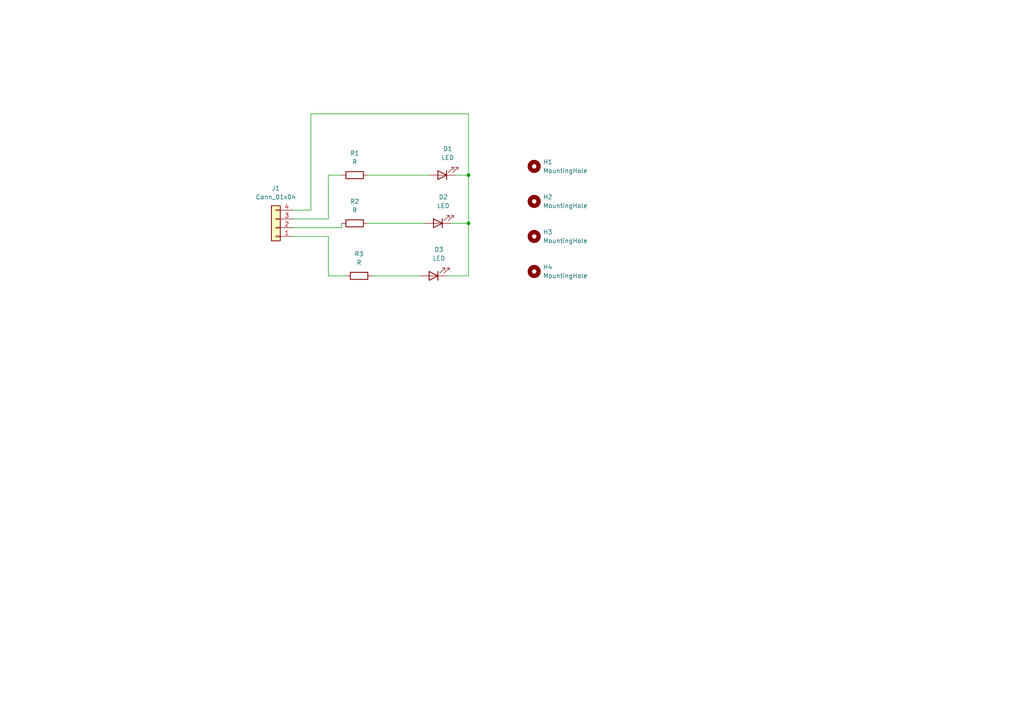
<source format=kicad_sch>
(kicad_sch (version 20250114) (generator "eeschema") (generator_version "9.0")
  (paper "A4")
  (lib_symbols
    (symbol "Connector_Generic:Conn_01x04" (pin_names (offset 1.016) (hide yes))
      (property "Reference" "J" (at 0 5.08 0))
      (property "Value" "Conn_01x04" (at 0 -7.62 0))
      (symbol "Conn_01x04_1_1"
        (rectangle (start -1.27 3.81) (end 1.27 -6.35) (stroke (width 0.254)) (fill (type background)))
        (rectangle (start -1.27 2.667) (end 0 2.413) (stroke (width 0.1524)))
        (rectangle (start -1.27 0.127) (end 0 -0.127) (stroke (width 0.1524)))
        (rectangle (start -1.27 -2.413) (end 0 -2.667) (stroke (width 0.1524)))
        (rectangle (start -1.27 -4.953) (end 0 -5.207) (stroke (width 0.1524)))
        (pin passive line (at -5.08 2.54 0) (length 3.81) (name "Pin_1") (number "1"))
        (pin passive line (at -5.08 0 0) (length 3.81) (name "Pin_2") (number "2"))
        (pin passive line (at -5.08 -2.54 0) (length 3.81) (name "Pin_3") (number "3"))
        (pin passive line (at -5.08 -5.08 0) (length 3.81) (name "Pin_4") (number "4"))
      )
    )
    (symbol "Device:LED" (pin_numbers (hide yes)) (pin_names (offset 1.016) (hide yes))
      (property "Reference" "D" (at 0 2.54 0))
      (property "Value" "LED" (at 0 -2.54 0))
      (symbol "LED_0_1"
        (polyline (pts (xy -3.048 -0.762) (xy -4.572 -2.286) (xy -3.81 -2.286) (xy -4.572 -2.286) (xy -4.572 -1.524)))
        (polyline (pts (xy -1.778 -0.762) (xy -3.302 -2.286) (xy -2.54 -2.286) (xy -3.302 -2.286) (xy -3.302 -1.524)))
        (polyline (pts (xy -1.27 0) (xy 1.27 0)))
        (polyline (pts (xy -1.27 -1.27) (xy -1.27 1.27)) (stroke (width 0.254)))
        (polyline (pts (xy 1.27 -1.27) (xy 1.27 1.27) (xy -1.27 0) (xy 1.27 -1.27)) (stroke (width 0.254)))
      )
      (symbol "LED_1_1"
        (pin passive line (at -3.81 0 0) (length 2.54) (name "K") (number "1"))
        (pin passive line (at 3.81 0 180) (length 2.54) (name "A") (number "2"))
      )
    )
    (symbol "Device:R" (pin_numbers (hide yes)) (pin_names (offset 0))
      (property "Reference" "R" (at 2.032 0 90))
      (property "Value" "R" (at 0 0 90))
      (symbol "R_0_1"
        (rectangle (start -1.016 -2.54) (end 1.016 2.54) (stroke (width 0.254)))
      )
      (symbol "R_1_1"
        (pin passive line (at 0 3.81 270) (length 1.27) (name "~") (number "1"))
        (pin passive line (at 0 -3.81 90) (length 1.27) (name "~") (number "2"))
      )
    )
    (symbol "Mechanical:MountingHole" (pin_names (offset 1.016)) (in_bom no)
      (property "Reference" "H" (at 0 5.08 0))
      (property "Value" "MountingHole" (at 0 3.175 0))
      (symbol "MountingHole_0_1"
        (circle (center 0 0) (radius 1.27) (stroke (width 1.27)))
      )
    )
  )
  (junction (at 135.89 64.77))
  (junction (at 135.89 50.8))
  (wire (pts (xy 99.06 66.04) (xy 99.06 64.77)))
  (wire (pts (xy 106.68 64.77) (xy 123.19 64.77)))
  (wire (pts (xy 95.25 80.01) (xy 100.33 80.01)))
  (wire (pts (xy 130.81 64.77) (xy 135.89 64.77)))
  (wire (pts (xy 85.09 63.5) (xy 95.25 63.5)))
  (wire (pts (xy 85.09 60.96) (xy 90.17 60.96)))
  (wire (pts (xy 135.89 64.77) (xy 135.89 80.01)))
  (wire (pts (xy 95.25 63.5) (xy 95.25 50.8)))
  (wire (pts (xy 95.25 50.8) (xy 99.06 50.8)))
  (wire (pts (xy 129.54 80.01) (xy 135.89 80.01)))
  (wire (pts (xy 90.17 33.02) (xy 90.17 60.96)))
  (wire (pts (xy 132.08 50.8) (xy 135.89 50.8)))
  (wire (pts (xy 107.95 80.01) (xy 121.92 80.01)))
  (wire (pts (xy 85.09 66.04) (xy 99.06 66.04)))
  (wire (pts (xy 135.89 50.8) (xy 135.89 64.77)))
  (wire (pts (xy 95.25 68.58) (xy 95.25 80.01)))
  (wire (pts (xy 135.89 33.02) (xy 90.17 33.02)))
  (wire (pts (xy 135.89 50.8) (xy 135.89 33.02)))
  (wire (pts (xy 85.09 68.58) (xy 95.25 68.58)))
  (wire (pts (xy 106.68 50.8) (xy 124.46 50.8)))
  (symbol (lib_id "Device:R") (at 104.14 80.01 90) (unit 1)
    (property "Reference" "R3" (at 104.14 73.66 90))
    (property "Value" "R" (at 104.14 76.2 90))
    (property "Footprint" "Resistor_THT:R_Axial_DIN0204_L3.6mm_D1.6mm_P5.08mm_Horizontal" (effects (hide yes)))
    (property "Description" "Resistor" (effects (hide yes)))
  )
  (symbol (lib_id "Device:R") (at 102.87 50.8 90) (unit 1)
    (property "Reference" "R1" (at 102.87 44.45 90))
    (property "Value" "R" (at 102.87 46.99 90))
    (property "Footprint" "Resistor_THT:R_Axial_DIN0204_L3.6mm_D1.6mm_P5.08mm_Horizontal" (effects (hide yes)))
    (property "Description" "Resistor" (effects (hide yes)))
  )
  (symbol (lib_id "Mechanical:MountingHole") (at 154.94 58.42 0) (unit 1) (in_bom no)
    (property "Reference" "H2" (at 157.48 57.1499 0) (effects (justify left)))
    (property "Value" "MountingHole" (at 157.48 59.6899 0) (effects (justify left)))
    (property "Footprint" "MountingHole:MountingHole_2.5mm" (effects (hide yes)))
    (property "Description" "Mounting Hole without connection" (effects (hide yes)))
  )
  (symbol (lib_id "Device:LED") (at 128.27 50.8 180) (unit 1)
    (property "Reference" "D1" (at 129.8575 43.18 0))
    (property "Value" "LED" (at 129.8575 45.72 0))
    (property "Footprint" "LED_THT:LED_D3.0mm" (effects (hide yes)))
    (property "Description" "Light emitting diode" (effects (hide yes)))
    (property "Sim.Pins" "1=K 2=A" (effects (hide yes)))
  )
  (symbol (lib_id "Mechanical:MountingHole") (at 154.94 68.58 0) (unit 1) (in_bom no)
    (property "Reference" "H3" (at 157.48 67.3099 0) (effects (justify left)))
    (property "Value" "MountingHole" (at 157.48 69.8499 0) (effects (justify left)))
    (property "Footprint" "MountingHole:MountingHole_2.5mm" (effects (hide yes)))
    (property "Description" "Mounting Hole without connection" (effects (hide yes)))
  )
  (symbol (lib_id "Device:LED") (at 125.73 80.01 180) (unit 1)
    (property "Reference" "D3" (at 127.3175 72.39 0))
    (property "Value" "LED" (at 127.3175 74.93 0))
    (property "Footprint" "LED_THT:LED_D3.0mm" (effects (hide yes)))
    (property "Description" "Light emitting diode" (effects (hide yes)))
    (property "Sim.Pins" "1=K 2=A" (effects (hide yes)))
  )
  (symbol (lib_id "Connector_Generic:Conn_01x04") (at 80.01 66.04 180) (unit 1)
    (property "Reference" "J1" (at 80.01 54.61 0))
    (property "Value" "Conn_01x04" (at 80.01 57.15 0))
    (property "Footprint" "Connector_PinHeader_2.54mm:PinHeader_1x04_P2.54mm_Horizontal" (effects (hide yes)))
    (property "Description" "Generic connector, single row, 01x04, script generated (kicad-library-utils/schlib/autogen/connector/)" (effects (hide yes)))
  )
  (symbol (lib_id "Mechanical:MountingHole") (at 154.94 78.74 0) (unit 1) (in_bom no)
    (property "Reference" "H4" (at 157.48 77.4699 0) (effects (justify left)))
    (property "Value" "MountingHole" (at 157.48 80.0099 0) (effects (justify left)))
    (property "Footprint" "MountingHole:MountingHole_2.5mm" (effects (hide yes)))
    (property "Description" "Mounting Hole without connection" (effects (hide yes)))
  )
  (symbol (lib_id "Device:LED") (at 127 64.77 180) (unit 1)
    (property "Reference" "D2" (at 128.5875 57.15 0))
    (property "Value" "LED" (at 128.5875 59.69 0))
    (property "Footprint" "LED_THT:LED_D3.0mm" (effects (hide yes)))
    (property "Description" "Light emitting diode" (effects (hide yes)))
    (property "Sim.Pins" "1=K 2=A" (effects (hide yes)))
  )
  (symbol (lib_id "Device:R") (at 102.87 64.77 90) (unit 1)
    (property "Reference" "R2" (at 102.87 58.42 90))
    (property "Value" "R" (at 102.87 60.96 90))
    (property "Footprint" "Resistor_THT:R_Axial_DIN0204_L3.6mm_D1.6mm_P5.08mm_Horizontal" (effects (hide yes)))
    (property "Description" "Resistor" (effects (hide yes)))
  )
  (symbol (lib_id "Mechanical:MountingHole") (at 154.94 48.26 0) (unit 1) (in_bom no)
    (property "Reference" "H1" (at 157.48 46.9899 0) (effects (justify left)))
    (property "Value" "MountingHole" (at 157.48 49.5299 0) (effects (justify left)))
    (property "Footprint" "MountingHole:MountingHole_2.5mm" (effects (hide yes)))
    (property "Description" "Mounting Hole without connection" (effects (hide yes)))
  )
)
</source>
